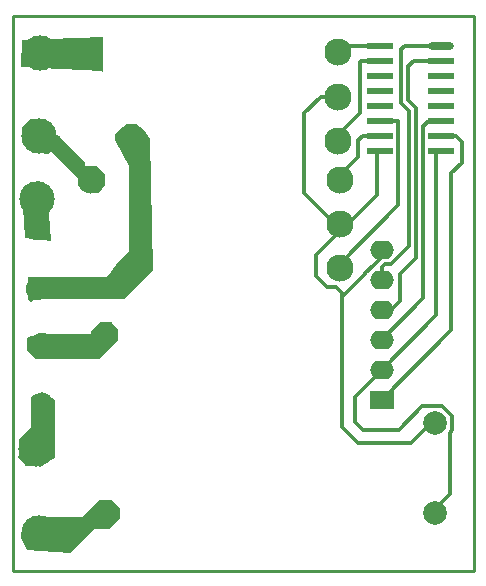
<source format=gbl>
G04 Layer_Physical_Order=2*
G04 Layer_Color=16711680*
%FSLAX42Y42*%
%MOMM*%
G71*
G01*
G75*
%ADD10O,2.20X0.60*%
%ADD11R,2.20X0.60*%
%ADD12C,0.25*%
%ADD13C,0.30*%
%ADD14C,1.52*%
%ADD15C,3.00*%
%ADD16C,2.00*%
%ADD17C,1.90*%
%ADD18C,2.30*%
%ADD19O,2.00X1.60*%
%ADD20R,2.00X1.60*%
G36*
X762Y4216D02*
X749Y4229D01*
X63Y4267D01*
X76Y4496D01*
X762Y4521D01*
Y4216D01*
D02*
G37*
G36*
X343Y3759D02*
X356Y3683D01*
X368Y3696D01*
X381Y3683D01*
X394D01*
Y3670D01*
X610Y3454D01*
Y3429D01*
X711D01*
X775Y3353D01*
Y3264D01*
X724Y3200D01*
X635D01*
X559Y3264D01*
X546Y3327D01*
X317Y3556D01*
X292Y3531D01*
X165Y3543D01*
X76Y3619D01*
Y3747D01*
X140Y3823D01*
X279Y3823D01*
X343Y3759D01*
D02*
G37*
G36*
X305Y3023D02*
X317Y2794D01*
X102Y2819D01*
X76Y3213D01*
X83Y3245D01*
X102Y3264D01*
X229Y3302D01*
X305Y3023D01*
D02*
G37*
G36*
X1105Y3734D02*
X1156Y3658D01*
X1181Y2540D01*
X940Y2299D01*
X178D01*
X152Y2273D01*
X127Y2299D01*
Y2489D01*
X787D01*
X826Y2527D01*
X889Y2616D01*
X952Y2680D01*
X978Y2705D01*
Y3429D01*
X864Y3645D01*
Y3696D01*
X927Y3759D01*
X952Y3785D01*
X1041D01*
X1105Y3734D01*
D02*
G37*
G36*
X838Y2095D02*
X889Y2045D01*
Y1956D01*
X724Y1791D01*
X190D01*
X114Y1867D01*
Y1968D01*
X127Y1981D01*
X216Y2007D01*
X660D01*
Y2032D01*
X737Y2108D01*
X838D01*
Y2095D01*
D02*
G37*
G36*
X356Y1448D02*
X356Y952D01*
X267Y914D01*
X229Y876D01*
X216Y889D01*
X102D01*
Y902D01*
X38Y965D01*
X51Y978D01*
Y1118D01*
X152Y1219D01*
Y1473D01*
X178Y1486D01*
X241Y1511D01*
X356Y1448D01*
D02*
G37*
G36*
X864Y572D02*
X902Y533D01*
Y445D01*
X813Y356D01*
X686D01*
X483Y152D01*
X114Y178D01*
X63Y279D01*
X76Y356D01*
X140Y445D01*
X152D01*
Y457D01*
X584D01*
X737Y597D01*
X838D01*
X864Y572D01*
D02*
G37*
D10*
X3623Y4445D02*
D03*
D11*
Y4318D02*
D03*
Y4191D02*
D03*
Y4064D02*
D03*
Y3937D02*
D03*
Y3810D02*
D03*
Y3683D02*
D03*
Y3556D02*
D03*
X3108Y4445D02*
D03*
Y4318D02*
D03*
Y4191D02*
D03*
Y4064D02*
D03*
Y3937D02*
D03*
Y3810D02*
D03*
Y3683D02*
D03*
Y3556D02*
D03*
D12*
X0Y0D02*
Y4699D01*
X3899D01*
Y0D02*
Y4699D01*
X0Y0D02*
X3899D01*
D13*
X3083Y3184D02*
Y3556D01*
X2832Y2934D02*
X3083Y3184D01*
X2726Y2934D02*
X2832D01*
X2934Y4305D02*
X2946Y4318D01*
X2934Y3874D02*
Y4305D01*
X2752Y3692D02*
X2934Y3874D01*
X2959Y3683D02*
X3108D01*
X2921Y3645D02*
X2959Y3683D01*
X2921Y3503D02*
Y3645D01*
X2726Y3309D02*
X2921Y3503D01*
X2765Y2559D02*
Y2599D01*
X3263Y3098D01*
Y3732D01*
X3263Y3732D02*
X3263Y3732D01*
X3263Y3732D02*
Y3810D01*
X3108D02*
X3263D01*
X3408Y3483D02*
Y3916D01*
X3344Y3980D02*
X3408Y3916D01*
X3344Y3980D02*
Y4271D01*
X3348Y3458D02*
Y3891D01*
X3284Y3955D02*
X3348Y3891D01*
X3284Y3955D02*
Y4414D01*
X3468Y3760D02*
X3518Y3810D01*
X3468Y3756D02*
Y3760D01*
Y3756D02*
X3473Y3751D01*
X3277Y2508D02*
X3413Y2644D01*
X3124Y1956D02*
X3473Y2304D01*
X3413Y2644D02*
Y3478D01*
X3473Y2304D02*
Y3503D01*
Y3736D02*
Y3751D01*
X3468Y3732D02*
X3473Y3736D01*
X3468Y3634D02*
Y3732D01*
Y3634D02*
X3473Y3630D01*
Y3609D02*
Y3630D01*
X3348Y3458D02*
X3353Y3453D01*
Y2750D02*
Y3453D01*
X3408Y3483D02*
X3413Y3478D01*
X3468Y3605D02*
X3473Y3609D01*
X3468Y3507D02*
Y3605D01*
Y3507D02*
X3473Y3503D01*
X3196Y2593D02*
X3353Y2750D01*
X3518Y3810D02*
X3598D01*
X3747Y3683D02*
X3797Y3632D01*
Y3453D02*
Y3632D01*
X3710Y3365D02*
X3797Y3453D01*
X660Y1918D02*
X775Y2032D01*
X241Y1918D02*
X660D01*
X3264Y1194D02*
X3462Y1392D01*
X3696Y646D02*
Y1163D01*
X3720Y1187D01*
Y1307D01*
X3635Y1392D02*
X3720Y1307D01*
X3462Y1392D02*
X3635D01*
X3511Y461D02*
X3696Y646D01*
X203Y2896D02*
X203Y2896D01*
Y3150D01*
X229Y4381D02*
X645D01*
X580Y317D02*
X775Y512D01*
X216Y317D02*
X580D01*
X1002Y2571D02*
X1015Y2559D01*
X1002Y2571D02*
Y3638D01*
X843Y2388D02*
X1015Y2559D01*
X203Y2388D02*
X843D01*
X590Y3309D02*
X664D01*
X216Y3683D02*
X590Y3309D01*
X2752Y3638D02*
Y3692D01*
X3059Y2589D02*
X3124Y2654D01*
X3052Y2589D02*
X3059D01*
X2979Y2516D02*
X3052Y2589D01*
X2979Y2509D02*
Y2516D01*
X2800Y2330D02*
X2979Y2509D01*
X3148Y2593D02*
X3196D01*
X3124Y2569D02*
X3148Y2593D01*
X3124Y2464D02*
Y2569D01*
X3124Y2654D02*
Y2718D01*
X2732Y2399D02*
X2800Y2330D01*
X2781Y1219D02*
Y2350D01*
Y1219D02*
X2921Y1080D01*
X3369D01*
X3511Y1221D01*
X2959Y1194D02*
X3264D01*
X2896Y1257D02*
X2959Y1194D01*
X2896Y1257D02*
Y1473D01*
X3124Y1702D01*
X3585Y2162D01*
Y3556D01*
X3710Y2034D02*
Y3365D01*
X3585Y3683D02*
X3747D01*
X3124Y1448D02*
X3710Y2034D01*
X3344Y4271D02*
X3391Y4318D01*
X3284Y4414D02*
X3315Y4445D01*
X3124Y2210D02*
X3200D01*
X3277Y2286D01*
Y2508D01*
X3391Y4318D02*
X3598D01*
X3315Y4445D02*
X3598D01*
X2464Y3196D02*
X2726Y2934D01*
X2464Y3196D02*
Y3874D01*
X2603Y4013D01*
X2726D01*
Y2835D02*
Y2934D01*
X2566Y2675D02*
X2726Y2835D01*
X2566Y2492D02*
Y2675D01*
Y2492D02*
X2660Y2399D01*
X2732D01*
X2946Y4318D02*
X3083D01*
X2845Y4445D02*
X3083D01*
X2788Y4388D02*
X2845Y4445D01*
X2726Y4388D02*
X2788D01*
D14*
X203Y317D02*
D03*
D15*
Y3150D02*
D03*
X190Y1029D02*
D03*
X216Y317D02*
D03*
X229Y4381D02*
D03*
X216Y3683D02*
D03*
D16*
X3575Y1247D02*
D03*
Y487D02*
D03*
X775D02*
D03*
Y2007D02*
D03*
D17*
X241Y1918D02*
D03*
X241Y1410D02*
D03*
X203Y2896D02*
D03*
X203Y2388D02*
D03*
D18*
X652Y4388D02*
D03*
X1002Y3638D02*
D03*
X2752Y4388D02*
D03*
Y3638D02*
D03*
Y4013D02*
D03*
X664Y3309D02*
D03*
X1015Y2559D02*
D03*
X2765Y3309D02*
D03*
Y2559D02*
D03*
Y2934D02*
D03*
D19*
X3124Y2718D02*
D03*
X3124Y2464D02*
D03*
X3124Y2210D02*
D03*
X3124Y1956D02*
D03*
X3124Y1702D02*
D03*
D20*
Y1448D02*
D03*
M02*

</source>
